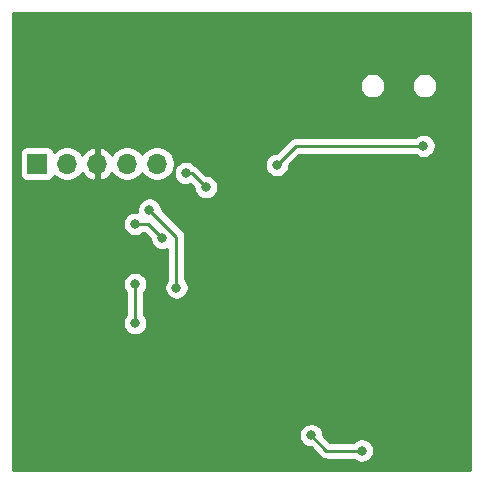
<source format=gbr>
G04 #@! TF.GenerationSoftware,KiCad,Pcbnew,5.1.5-52549c5~84~ubuntu18.04.1*
G04 #@! TF.CreationDate,2020-02-05T12:35:19+01:00*
G04 #@! TF.ProjectId,Lab1,4c616231-2e6b-4696-9361-645f70636258,rev?*
G04 #@! TF.SameCoordinates,Original*
G04 #@! TF.FileFunction,Copper,L2,Bot*
G04 #@! TF.FilePolarity,Positive*
%FSLAX46Y46*%
G04 Gerber Fmt 4.6, Leading zero omitted, Abs format (unit mm)*
G04 Created by KiCad (PCBNEW 5.1.5-52549c5~84~ubuntu18.04.1) date 2020-02-05 12:35:19*
%MOMM*%
%LPD*%
G04 APERTURE LIST*
%ADD10R,1.700000X1.700000*%
%ADD11O,1.700000X1.700000*%
%ADD12C,0.800000*%
%ADD13C,0.250000*%
%ADD14C,0.254000*%
G04 APERTURE END LIST*
D10*
X136700000Y-122400000D03*
D11*
X139240000Y-122400000D03*
X141780000Y-122400000D03*
X144320000Y-122400000D03*
X146860000Y-122400000D03*
D12*
X145000000Y-132600000D03*
X145000000Y-135900000D03*
X157000000Y-122500000D03*
X169400000Y-120900000D03*
X159900000Y-145400000D03*
X164200000Y-146700000D03*
X145000000Y-127500000D03*
X147300000Y-128700000D03*
X146200000Y-126300000D03*
X148500000Y-132900000D03*
X149300000Y-123200000D03*
X151000000Y-124400000D03*
D13*
X145000000Y-132600000D02*
X145000000Y-135900000D01*
X157000000Y-122500000D02*
X158600000Y-120900000D01*
X158600000Y-120900000D02*
X169400000Y-120900000D01*
X159900000Y-145400000D02*
X161200000Y-146700000D01*
X161200000Y-146700000D02*
X164200000Y-146700000D01*
X145000000Y-127500000D02*
X146100000Y-127500000D01*
X146100000Y-127500000D02*
X147300000Y-128700000D01*
X146200000Y-126300000D02*
X148500000Y-128600000D01*
X148500000Y-128600000D02*
X148500000Y-132900000D01*
X149300000Y-123200000D02*
X149800000Y-123200000D01*
X149800000Y-123200000D02*
X151000000Y-124400000D01*
D14*
G36*
X173340001Y-148340000D02*
G01*
X134660000Y-148340000D01*
X134660000Y-145298061D01*
X158865000Y-145298061D01*
X158865000Y-145501939D01*
X158904774Y-145701898D01*
X158982795Y-145890256D01*
X159096063Y-146059774D01*
X159240226Y-146203937D01*
X159409744Y-146317205D01*
X159598102Y-146395226D01*
X159798061Y-146435000D01*
X159860199Y-146435000D01*
X160636201Y-147211003D01*
X160659999Y-147240001D01*
X160775724Y-147334974D01*
X160907753Y-147405546D01*
X161051014Y-147449003D01*
X161162667Y-147460000D01*
X161162675Y-147460000D01*
X161200000Y-147463676D01*
X161237325Y-147460000D01*
X163496289Y-147460000D01*
X163540226Y-147503937D01*
X163709744Y-147617205D01*
X163898102Y-147695226D01*
X164098061Y-147735000D01*
X164301939Y-147735000D01*
X164501898Y-147695226D01*
X164690256Y-147617205D01*
X164859774Y-147503937D01*
X165003937Y-147359774D01*
X165117205Y-147190256D01*
X165195226Y-147001898D01*
X165235000Y-146801939D01*
X165235000Y-146598061D01*
X165195226Y-146398102D01*
X165117205Y-146209744D01*
X165003937Y-146040226D01*
X164859774Y-145896063D01*
X164690256Y-145782795D01*
X164501898Y-145704774D01*
X164301939Y-145665000D01*
X164098061Y-145665000D01*
X163898102Y-145704774D01*
X163709744Y-145782795D01*
X163540226Y-145896063D01*
X163496289Y-145940000D01*
X161514802Y-145940000D01*
X160935000Y-145360199D01*
X160935000Y-145298061D01*
X160895226Y-145098102D01*
X160817205Y-144909744D01*
X160703937Y-144740226D01*
X160559774Y-144596063D01*
X160390256Y-144482795D01*
X160201898Y-144404774D01*
X160001939Y-144365000D01*
X159798061Y-144365000D01*
X159598102Y-144404774D01*
X159409744Y-144482795D01*
X159240226Y-144596063D01*
X159096063Y-144740226D01*
X158982795Y-144909744D01*
X158904774Y-145098102D01*
X158865000Y-145298061D01*
X134660000Y-145298061D01*
X134660000Y-132498061D01*
X143965000Y-132498061D01*
X143965000Y-132701939D01*
X144004774Y-132901898D01*
X144082795Y-133090256D01*
X144196063Y-133259774D01*
X144240000Y-133303711D01*
X144240001Y-135196288D01*
X144196063Y-135240226D01*
X144082795Y-135409744D01*
X144004774Y-135598102D01*
X143965000Y-135798061D01*
X143965000Y-136001939D01*
X144004774Y-136201898D01*
X144082795Y-136390256D01*
X144196063Y-136559774D01*
X144340226Y-136703937D01*
X144509744Y-136817205D01*
X144698102Y-136895226D01*
X144898061Y-136935000D01*
X145101939Y-136935000D01*
X145301898Y-136895226D01*
X145490256Y-136817205D01*
X145659774Y-136703937D01*
X145803937Y-136559774D01*
X145917205Y-136390256D01*
X145995226Y-136201898D01*
X146035000Y-136001939D01*
X146035000Y-135798061D01*
X145995226Y-135598102D01*
X145917205Y-135409744D01*
X145803937Y-135240226D01*
X145760000Y-135196289D01*
X145760000Y-133303711D01*
X145803937Y-133259774D01*
X145917205Y-133090256D01*
X145995226Y-132901898D01*
X146035000Y-132701939D01*
X146035000Y-132498061D01*
X145995226Y-132298102D01*
X145917205Y-132109744D01*
X145803937Y-131940226D01*
X145659774Y-131796063D01*
X145490256Y-131682795D01*
X145301898Y-131604774D01*
X145101939Y-131565000D01*
X144898061Y-131565000D01*
X144698102Y-131604774D01*
X144509744Y-131682795D01*
X144340226Y-131796063D01*
X144196063Y-131940226D01*
X144082795Y-132109744D01*
X144004774Y-132298102D01*
X143965000Y-132498061D01*
X134660000Y-132498061D01*
X134660000Y-127398061D01*
X143965000Y-127398061D01*
X143965000Y-127601939D01*
X144004774Y-127801898D01*
X144082795Y-127990256D01*
X144196063Y-128159774D01*
X144340226Y-128303937D01*
X144509744Y-128417205D01*
X144698102Y-128495226D01*
X144898061Y-128535000D01*
X145101939Y-128535000D01*
X145301898Y-128495226D01*
X145490256Y-128417205D01*
X145659774Y-128303937D01*
X145703711Y-128260000D01*
X145785199Y-128260000D01*
X146265000Y-128739802D01*
X146265000Y-128801939D01*
X146304774Y-129001898D01*
X146382795Y-129190256D01*
X146496063Y-129359774D01*
X146640226Y-129503937D01*
X146809744Y-129617205D01*
X146998102Y-129695226D01*
X147198061Y-129735000D01*
X147401939Y-129735000D01*
X147601898Y-129695226D01*
X147740000Y-129638022D01*
X147740001Y-132196288D01*
X147696063Y-132240226D01*
X147582795Y-132409744D01*
X147504774Y-132598102D01*
X147465000Y-132798061D01*
X147465000Y-133001939D01*
X147504774Y-133201898D01*
X147582795Y-133390256D01*
X147696063Y-133559774D01*
X147840226Y-133703937D01*
X148009744Y-133817205D01*
X148198102Y-133895226D01*
X148398061Y-133935000D01*
X148601939Y-133935000D01*
X148801898Y-133895226D01*
X148990256Y-133817205D01*
X149159774Y-133703937D01*
X149303937Y-133559774D01*
X149417205Y-133390256D01*
X149495226Y-133201898D01*
X149535000Y-133001939D01*
X149535000Y-132798061D01*
X149495226Y-132598102D01*
X149417205Y-132409744D01*
X149303937Y-132240226D01*
X149260000Y-132196289D01*
X149260000Y-128637322D01*
X149263676Y-128599999D01*
X149260000Y-128562676D01*
X149260000Y-128562667D01*
X149249003Y-128451014D01*
X149205546Y-128307753D01*
X149134974Y-128175724D01*
X149040001Y-128059999D01*
X149011004Y-128036202D01*
X147235000Y-126260199D01*
X147235000Y-126198061D01*
X147195226Y-125998102D01*
X147117205Y-125809744D01*
X147003937Y-125640226D01*
X146859774Y-125496063D01*
X146690256Y-125382795D01*
X146501898Y-125304774D01*
X146301939Y-125265000D01*
X146098061Y-125265000D01*
X145898102Y-125304774D01*
X145709744Y-125382795D01*
X145540226Y-125496063D01*
X145396063Y-125640226D01*
X145282795Y-125809744D01*
X145204774Y-125998102D01*
X145165000Y-126198061D01*
X145165000Y-126401939D01*
X145180658Y-126480658D01*
X145101939Y-126465000D01*
X144898061Y-126465000D01*
X144698102Y-126504774D01*
X144509744Y-126582795D01*
X144340226Y-126696063D01*
X144196063Y-126840226D01*
X144082795Y-127009744D01*
X144004774Y-127198102D01*
X143965000Y-127398061D01*
X134660000Y-127398061D01*
X134660000Y-121550000D01*
X135211928Y-121550000D01*
X135211928Y-123250000D01*
X135224188Y-123374482D01*
X135260498Y-123494180D01*
X135319463Y-123604494D01*
X135398815Y-123701185D01*
X135495506Y-123780537D01*
X135605820Y-123839502D01*
X135725518Y-123875812D01*
X135850000Y-123888072D01*
X137550000Y-123888072D01*
X137674482Y-123875812D01*
X137794180Y-123839502D01*
X137904494Y-123780537D01*
X138001185Y-123701185D01*
X138080537Y-123604494D01*
X138139502Y-123494180D01*
X138161513Y-123421620D01*
X138293368Y-123553475D01*
X138536589Y-123715990D01*
X138806842Y-123827932D01*
X139093740Y-123885000D01*
X139386260Y-123885000D01*
X139673158Y-123827932D01*
X139943411Y-123715990D01*
X140186632Y-123553475D01*
X140393475Y-123346632D01*
X140515195Y-123164466D01*
X140584822Y-123281355D01*
X140779731Y-123497588D01*
X141013080Y-123671641D01*
X141275901Y-123796825D01*
X141423110Y-123841476D01*
X141653000Y-123720155D01*
X141653000Y-122527000D01*
X141633000Y-122527000D01*
X141633000Y-122273000D01*
X141653000Y-122273000D01*
X141653000Y-121079845D01*
X141907000Y-121079845D01*
X141907000Y-122273000D01*
X141927000Y-122273000D01*
X141927000Y-122527000D01*
X141907000Y-122527000D01*
X141907000Y-123720155D01*
X142136890Y-123841476D01*
X142284099Y-123796825D01*
X142546920Y-123671641D01*
X142780269Y-123497588D01*
X142975178Y-123281355D01*
X143044805Y-123164466D01*
X143166525Y-123346632D01*
X143373368Y-123553475D01*
X143616589Y-123715990D01*
X143886842Y-123827932D01*
X144173740Y-123885000D01*
X144466260Y-123885000D01*
X144753158Y-123827932D01*
X145023411Y-123715990D01*
X145266632Y-123553475D01*
X145473475Y-123346632D01*
X145590000Y-123172240D01*
X145706525Y-123346632D01*
X145913368Y-123553475D01*
X146156589Y-123715990D01*
X146426842Y-123827932D01*
X146713740Y-123885000D01*
X147006260Y-123885000D01*
X147293158Y-123827932D01*
X147563411Y-123715990D01*
X147806632Y-123553475D01*
X148013475Y-123346632D01*
X148175990Y-123103411D01*
X148178206Y-123098061D01*
X148265000Y-123098061D01*
X148265000Y-123301939D01*
X148304774Y-123501898D01*
X148382795Y-123690256D01*
X148496063Y-123859774D01*
X148640226Y-124003937D01*
X148809744Y-124117205D01*
X148998102Y-124195226D01*
X149198061Y-124235000D01*
X149401939Y-124235000D01*
X149601898Y-124195226D01*
X149685709Y-124160510D01*
X149965000Y-124439802D01*
X149965000Y-124501939D01*
X150004774Y-124701898D01*
X150082795Y-124890256D01*
X150196063Y-125059774D01*
X150340226Y-125203937D01*
X150509744Y-125317205D01*
X150698102Y-125395226D01*
X150898061Y-125435000D01*
X151101939Y-125435000D01*
X151301898Y-125395226D01*
X151490256Y-125317205D01*
X151659774Y-125203937D01*
X151803937Y-125059774D01*
X151917205Y-124890256D01*
X151995226Y-124701898D01*
X152035000Y-124501939D01*
X152035000Y-124298061D01*
X151995226Y-124098102D01*
X151917205Y-123909744D01*
X151803937Y-123740226D01*
X151659774Y-123596063D01*
X151490256Y-123482795D01*
X151301898Y-123404774D01*
X151101939Y-123365000D01*
X151039802Y-123365000D01*
X150363804Y-122689003D01*
X150340001Y-122659999D01*
X150224276Y-122565026D01*
X150092247Y-122494454D01*
X150043325Y-122479614D01*
X149961772Y-122398061D01*
X155965000Y-122398061D01*
X155965000Y-122601939D01*
X156004774Y-122801898D01*
X156082795Y-122990256D01*
X156196063Y-123159774D01*
X156340226Y-123303937D01*
X156509744Y-123417205D01*
X156698102Y-123495226D01*
X156898061Y-123535000D01*
X157101939Y-123535000D01*
X157301898Y-123495226D01*
X157490256Y-123417205D01*
X157659774Y-123303937D01*
X157803937Y-123159774D01*
X157917205Y-122990256D01*
X157995226Y-122801898D01*
X158035000Y-122601939D01*
X158035000Y-122539801D01*
X158914802Y-121660000D01*
X168696289Y-121660000D01*
X168740226Y-121703937D01*
X168909744Y-121817205D01*
X169098102Y-121895226D01*
X169298061Y-121935000D01*
X169501939Y-121935000D01*
X169701898Y-121895226D01*
X169890256Y-121817205D01*
X170059774Y-121703937D01*
X170203937Y-121559774D01*
X170317205Y-121390256D01*
X170395226Y-121201898D01*
X170435000Y-121001939D01*
X170435000Y-120798061D01*
X170395226Y-120598102D01*
X170317205Y-120409744D01*
X170203937Y-120240226D01*
X170059774Y-120096063D01*
X169890256Y-119982795D01*
X169701898Y-119904774D01*
X169501939Y-119865000D01*
X169298061Y-119865000D01*
X169098102Y-119904774D01*
X168909744Y-119982795D01*
X168740226Y-120096063D01*
X168696289Y-120140000D01*
X158637325Y-120140000D01*
X158600000Y-120136324D01*
X158562675Y-120140000D01*
X158562667Y-120140000D01*
X158451014Y-120150997D01*
X158307753Y-120194454D01*
X158175724Y-120265026D01*
X158059999Y-120359999D01*
X158036201Y-120388997D01*
X156960199Y-121465000D01*
X156898061Y-121465000D01*
X156698102Y-121504774D01*
X156509744Y-121582795D01*
X156340226Y-121696063D01*
X156196063Y-121840226D01*
X156082795Y-122009744D01*
X156004774Y-122198102D01*
X155965000Y-122398061D01*
X149961772Y-122398061D01*
X149959774Y-122396063D01*
X149790256Y-122282795D01*
X149601898Y-122204774D01*
X149401939Y-122165000D01*
X149198061Y-122165000D01*
X148998102Y-122204774D01*
X148809744Y-122282795D01*
X148640226Y-122396063D01*
X148496063Y-122540226D01*
X148382795Y-122709744D01*
X148304774Y-122898102D01*
X148265000Y-123098061D01*
X148178206Y-123098061D01*
X148287932Y-122833158D01*
X148345000Y-122546260D01*
X148345000Y-122253740D01*
X148287932Y-121966842D01*
X148175990Y-121696589D01*
X148013475Y-121453368D01*
X147806632Y-121246525D01*
X147563411Y-121084010D01*
X147293158Y-120972068D01*
X147006260Y-120915000D01*
X146713740Y-120915000D01*
X146426842Y-120972068D01*
X146156589Y-121084010D01*
X145913368Y-121246525D01*
X145706525Y-121453368D01*
X145590000Y-121627760D01*
X145473475Y-121453368D01*
X145266632Y-121246525D01*
X145023411Y-121084010D01*
X144753158Y-120972068D01*
X144466260Y-120915000D01*
X144173740Y-120915000D01*
X143886842Y-120972068D01*
X143616589Y-121084010D01*
X143373368Y-121246525D01*
X143166525Y-121453368D01*
X143044805Y-121635534D01*
X142975178Y-121518645D01*
X142780269Y-121302412D01*
X142546920Y-121128359D01*
X142284099Y-121003175D01*
X142136890Y-120958524D01*
X141907000Y-121079845D01*
X141653000Y-121079845D01*
X141423110Y-120958524D01*
X141275901Y-121003175D01*
X141013080Y-121128359D01*
X140779731Y-121302412D01*
X140584822Y-121518645D01*
X140515195Y-121635534D01*
X140393475Y-121453368D01*
X140186632Y-121246525D01*
X139943411Y-121084010D01*
X139673158Y-120972068D01*
X139386260Y-120915000D01*
X139093740Y-120915000D01*
X138806842Y-120972068D01*
X138536589Y-121084010D01*
X138293368Y-121246525D01*
X138161513Y-121378380D01*
X138139502Y-121305820D01*
X138080537Y-121195506D01*
X138001185Y-121098815D01*
X137904494Y-121019463D01*
X137794180Y-120960498D01*
X137674482Y-120924188D01*
X137550000Y-120911928D01*
X135850000Y-120911928D01*
X135725518Y-120924188D01*
X135605820Y-120960498D01*
X135495506Y-121019463D01*
X135398815Y-121098815D01*
X135319463Y-121195506D01*
X135260498Y-121305820D01*
X135224188Y-121425518D01*
X135211928Y-121550000D01*
X134660000Y-121550000D01*
X134660000Y-115693137D01*
X164015000Y-115693137D01*
X164015000Y-115906863D01*
X164056696Y-116116483D01*
X164138485Y-116313940D01*
X164257225Y-116491647D01*
X164408353Y-116642775D01*
X164586060Y-116761515D01*
X164783517Y-116843304D01*
X164993137Y-116885000D01*
X165206863Y-116885000D01*
X165416483Y-116843304D01*
X165613940Y-116761515D01*
X165791647Y-116642775D01*
X165942775Y-116491647D01*
X166061515Y-116313940D01*
X166143304Y-116116483D01*
X166185000Y-115906863D01*
X166185000Y-115693137D01*
X168415000Y-115693137D01*
X168415000Y-115906863D01*
X168456696Y-116116483D01*
X168538485Y-116313940D01*
X168657225Y-116491647D01*
X168808353Y-116642775D01*
X168986060Y-116761515D01*
X169183517Y-116843304D01*
X169393137Y-116885000D01*
X169606863Y-116885000D01*
X169816483Y-116843304D01*
X170013940Y-116761515D01*
X170191647Y-116642775D01*
X170342775Y-116491647D01*
X170461515Y-116313940D01*
X170543304Y-116116483D01*
X170585000Y-115906863D01*
X170585000Y-115693137D01*
X170543304Y-115483517D01*
X170461515Y-115286060D01*
X170342775Y-115108353D01*
X170191647Y-114957225D01*
X170013940Y-114838485D01*
X169816483Y-114756696D01*
X169606863Y-114715000D01*
X169393137Y-114715000D01*
X169183517Y-114756696D01*
X168986060Y-114838485D01*
X168808353Y-114957225D01*
X168657225Y-115108353D01*
X168538485Y-115286060D01*
X168456696Y-115483517D01*
X168415000Y-115693137D01*
X166185000Y-115693137D01*
X166143304Y-115483517D01*
X166061515Y-115286060D01*
X165942775Y-115108353D01*
X165791647Y-114957225D01*
X165613940Y-114838485D01*
X165416483Y-114756696D01*
X165206863Y-114715000D01*
X164993137Y-114715000D01*
X164783517Y-114756696D01*
X164586060Y-114838485D01*
X164408353Y-114957225D01*
X164257225Y-115108353D01*
X164138485Y-115286060D01*
X164056696Y-115483517D01*
X164015000Y-115693137D01*
X134660000Y-115693137D01*
X134660000Y-109660000D01*
X173340000Y-109660000D01*
X173340001Y-148340000D01*
G37*
X173340001Y-148340000D02*
X134660000Y-148340000D01*
X134660000Y-145298061D01*
X158865000Y-145298061D01*
X158865000Y-145501939D01*
X158904774Y-145701898D01*
X158982795Y-145890256D01*
X159096063Y-146059774D01*
X159240226Y-146203937D01*
X159409744Y-146317205D01*
X159598102Y-146395226D01*
X159798061Y-146435000D01*
X159860199Y-146435000D01*
X160636201Y-147211003D01*
X160659999Y-147240001D01*
X160775724Y-147334974D01*
X160907753Y-147405546D01*
X161051014Y-147449003D01*
X161162667Y-147460000D01*
X161162675Y-147460000D01*
X161200000Y-147463676D01*
X161237325Y-147460000D01*
X163496289Y-147460000D01*
X163540226Y-147503937D01*
X163709744Y-147617205D01*
X163898102Y-147695226D01*
X164098061Y-147735000D01*
X164301939Y-147735000D01*
X164501898Y-147695226D01*
X164690256Y-147617205D01*
X164859774Y-147503937D01*
X165003937Y-147359774D01*
X165117205Y-147190256D01*
X165195226Y-147001898D01*
X165235000Y-146801939D01*
X165235000Y-146598061D01*
X165195226Y-146398102D01*
X165117205Y-146209744D01*
X165003937Y-146040226D01*
X164859774Y-145896063D01*
X164690256Y-145782795D01*
X164501898Y-145704774D01*
X164301939Y-145665000D01*
X164098061Y-145665000D01*
X163898102Y-145704774D01*
X163709744Y-145782795D01*
X163540226Y-145896063D01*
X163496289Y-145940000D01*
X161514802Y-145940000D01*
X160935000Y-145360199D01*
X160935000Y-145298061D01*
X160895226Y-145098102D01*
X160817205Y-144909744D01*
X160703937Y-144740226D01*
X160559774Y-144596063D01*
X160390256Y-144482795D01*
X160201898Y-144404774D01*
X160001939Y-144365000D01*
X159798061Y-144365000D01*
X159598102Y-144404774D01*
X159409744Y-144482795D01*
X159240226Y-144596063D01*
X159096063Y-144740226D01*
X158982795Y-144909744D01*
X158904774Y-145098102D01*
X158865000Y-145298061D01*
X134660000Y-145298061D01*
X134660000Y-132498061D01*
X143965000Y-132498061D01*
X143965000Y-132701939D01*
X144004774Y-132901898D01*
X144082795Y-133090256D01*
X144196063Y-133259774D01*
X144240000Y-133303711D01*
X144240001Y-135196288D01*
X144196063Y-135240226D01*
X144082795Y-135409744D01*
X144004774Y-135598102D01*
X143965000Y-135798061D01*
X143965000Y-136001939D01*
X144004774Y-136201898D01*
X144082795Y-136390256D01*
X144196063Y-136559774D01*
X144340226Y-136703937D01*
X144509744Y-136817205D01*
X144698102Y-136895226D01*
X144898061Y-136935000D01*
X145101939Y-136935000D01*
X145301898Y-136895226D01*
X145490256Y-136817205D01*
X145659774Y-136703937D01*
X145803937Y-136559774D01*
X145917205Y-136390256D01*
X145995226Y-136201898D01*
X146035000Y-136001939D01*
X146035000Y-135798061D01*
X145995226Y-135598102D01*
X145917205Y-135409744D01*
X145803937Y-135240226D01*
X145760000Y-135196289D01*
X145760000Y-133303711D01*
X145803937Y-133259774D01*
X145917205Y-133090256D01*
X145995226Y-132901898D01*
X146035000Y-132701939D01*
X146035000Y-132498061D01*
X145995226Y-132298102D01*
X145917205Y-132109744D01*
X145803937Y-131940226D01*
X145659774Y-131796063D01*
X145490256Y-131682795D01*
X145301898Y-131604774D01*
X145101939Y-131565000D01*
X144898061Y-131565000D01*
X144698102Y-131604774D01*
X144509744Y-131682795D01*
X144340226Y-131796063D01*
X144196063Y-131940226D01*
X144082795Y-132109744D01*
X144004774Y-132298102D01*
X143965000Y-132498061D01*
X134660000Y-132498061D01*
X134660000Y-127398061D01*
X143965000Y-127398061D01*
X143965000Y-127601939D01*
X144004774Y-127801898D01*
X144082795Y-127990256D01*
X144196063Y-128159774D01*
X144340226Y-128303937D01*
X144509744Y-128417205D01*
X144698102Y-128495226D01*
X144898061Y-128535000D01*
X145101939Y-128535000D01*
X145301898Y-128495226D01*
X145490256Y-128417205D01*
X145659774Y-128303937D01*
X145703711Y-128260000D01*
X145785199Y-128260000D01*
X146265000Y-128739802D01*
X146265000Y-128801939D01*
X146304774Y-129001898D01*
X146382795Y-129190256D01*
X146496063Y-129359774D01*
X146640226Y-129503937D01*
X146809744Y-129617205D01*
X146998102Y-129695226D01*
X147198061Y-129735000D01*
X147401939Y-129735000D01*
X147601898Y-129695226D01*
X147740000Y-129638022D01*
X147740001Y-132196288D01*
X147696063Y-132240226D01*
X147582795Y-132409744D01*
X147504774Y-132598102D01*
X147465000Y-132798061D01*
X147465000Y-133001939D01*
X147504774Y-133201898D01*
X147582795Y-133390256D01*
X147696063Y-133559774D01*
X147840226Y-133703937D01*
X148009744Y-133817205D01*
X148198102Y-133895226D01*
X148398061Y-133935000D01*
X148601939Y-133935000D01*
X148801898Y-133895226D01*
X148990256Y-133817205D01*
X149159774Y-133703937D01*
X149303937Y-133559774D01*
X149417205Y-133390256D01*
X149495226Y-133201898D01*
X149535000Y-133001939D01*
X149535000Y-132798061D01*
X149495226Y-132598102D01*
X149417205Y-132409744D01*
X149303937Y-132240226D01*
X149260000Y-132196289D01*
X149260000Y-128637322D01*
X149263676Y-128599999D01*
X149260000Y-128562676D01*
X149260000Y-128562667D01*
X149249003Y-128451014D01*
X149205546Y-128307753D01*
X149134974Y-128175724D01*
X149040001Y-128059999D01*
X149011004Y-128036202D01*
X147235000Y-126260199D01*
X147235000Y-126198061D01*
X147195226Y-125998102D01*
X147117205Y-125809744D01*
X147003937Y-125640226D01*
X146859774Y-125496063D01*
X146690256Y-125382795D01*
X146501898Y-125304774D01*
X146301939Y-125265000D01*
X146098061Y-125265000D01*
X145898102Y-125304774D01*
X145709744Y-125382795D01*
X145540226Y-125496063D01*
X145396063Y-125640226D01*
X145282795Y-125809744D01*
X145204774Y-125998102D01*
X145165000Y-126198061D01*
X145165000Y-126401939D01*
X145180658Y-126480658D01*
X145101939Y-126465000D01*
X144898061Y-126465000D01*
X144698102Y-126504774D01*
X144509744Y-126582795D01*
X144340226Y-126696063D01*
X144196063Y-126840226D01*
X144082795Y-127009744D01*
X144004774Y-127198102D01*
X143965000Y-127398061D01*
X134660000Y-127398061D01*
X134660000Y-121550000D01*
X135211928Y-121550000D01*
X135211928Y-123250000D01*
X135224188Y-123374482D01*
X135260498Y-123494180D01*
X135319463Y-123604494D01*
X135398815Y-123701185D01*
X135495506Y-123780537D01*
X135605820Y-123839502D01*
X135725518Y-123875812D01*
X135850000Y-123888072D01*
X137550000Y-123888072D01*
X137674482Y-123875812D01*
X137794180Y-123839502D01*
X137904494Y-123780537D01*
X138001185Y-123701185D01*
X138080537Y-123604494D01*
X138139502Y-123494180D01*
X138161513Y-123421620D01*
X138293368Y-123553475D01*
X138536589Y-123715990D01*
X138806842Y-123827932D01*
X139093740Y-123885000D01*
X139386260Y-123885000D01*
X139673158Y-123827932D01*
X139943411Y-123715990D01*
X140186632Y-123553475D01*
X140393475Y-123346632D01*
X140515195Y-123164466D01*
X140584822Y-123281355D01*
X140779731Y-123497588D01*
X141013080Y-123671641D01*
X141275901Y-123796825D01*
X141423110Y-123841476D01*
X141653000Y-123720155D01*
X141653000Y-122527000D01*
X141633000Y-122527000D01*
X141633000Y-122273000D01*
X141653000Y-122273000D01*
X141653000Y-121079845D01*
X141907000Y-121079845D01*
X141907000Y-122273000D01*
X141927000Y-122273000D01*
X141927000Y-122527000D01*
X141907000Y-122527000D01*
X141907000Y-123720155D01*
X142136890Y-123841476D01*
X142284099Y-123796825D01*
X142546920Y-123671641D01*
X142780269Y-123497588D01*
X142975178Y-123281355D01*
X143044805Y-123164466D01*
X143166525Y-123346632D01*
X143373368Y-123553475D01*
X143616589Y-123715990D01*
X143886842Y-123827932D01*
X144173740Y-123885000D01*
X144466260Y-123885000D01*
X144753158Y-123827932D01*
X145023411Y-123715990D01*
X145266632Y-123553475D01*
X145473475Y-123346632D01*
X145590000Y-123172240D01*
X145706525Y-123346632D01*
X145913368Y-123553475D01*
X146156589Y-123715990D01*
X146426842Y-123827932D01*
X146713740Y-123885000D01*
X147006260Y-123885000D01*
X147293158Y-123827932D01*
X147563411Y-123715990D01*
X147806632Y-123553475D01*
X148013475Y-123346632D01*
X148175990Y-123103411D01*
X148178206Y-123098061D01*
X148265000Y-123098061D01*
X148265000Y-123301939D01*
X148304774Y-123501898D01*
X148382795Y-123690256D01*
X148496063Y-123859774D01*
X148640226Y-124003937D01*
X148809744Y-124117205D01*
X148998102Y-124195226D01*
X149198061Y-124235000D01*
X149401939Y-124235000D01*
X149601898Y-124195226D01*
X149685709Y-124160510D01*
X149965000Y-124439802D01*
X149965000Y-124501939D01*
X150004774Y-124701898D01*
X150082795Y-124890256D01*
X150196063Y-125059774D01*
X150340226Y-125203937D01*
X150509744Y-125317205D01*
X150698102Y-125395226D01*
X150898061Y-125435000D01*
X151101939Y-125435000D01*
X151301898Y-125395226D01*
X151490256Y-125317205D01*
X151659774Y-125203937D01*
X151803937Y-125059774D01*
X151917205Y-124890256D01*
X151995226Y-124701898D01*
X152035000Y-124501939D01*
X152035000Y-124298061D01*
X151995226Y-124098102D01*
X151917205Y-123909744D01*
X151803937Y-123740226D01*
X151659774Y-123596063D01*
X151490256Y-123482795D01*
X151301898Y-123404774D01*
X151101939Y-123365000D01*
X151039802Y-123365000D01*
X150363804Y-122689003D01*
X150340001Y-122659999D01*
X150224276Y-122565026D01*
X150092247Y-122494454D01*
X150043325Y-122479614D01*
X149961772Y-122398061D01*
X155965000Y-122398061D01*
X155965000Y-122601939D01*
X156004774Y-122801898D01*
X156082795Y-122990256D01*
X156196063Y-123159774D01*
X156340226Y-123303937D01*
X156509744Y-123417205D01*
X156698102Y-123495226D01*
X156898061Y-123535000D01*
X157101939Y-123535000D01*
X157301898Y-123495226D01*
X157490256Y-123417205D01*
X157659774Y-123303937D01*
X157803937Y-123159774D01*
X157917205Y-122990256D01*
X157995226Y-122801898D01*
X158035000Y-122601939D01*
X158035000Y-122539801D01*
X158914802Y-121660000D01*
X168696289Y-121660000D01*
X168740226Y-121703937D01*
X168909744Y-121817205D01*
X169098102Y-121895226D01*
X169298061Y-121935000D01*
X169501939Y-121935000D01*
X169701898Y-121895226D01*
X169890256Y-121817205D01*
X170059774Y-121703937D01*
X170203937Y-121559774D01*
X170317205Y-121390256D01*
X170395226Y-121201898D01*
X170435000Y-121001939D01*
X170435000Y-120798061D01*
X170395226Y-120598102D01*
X170317205Y-120409744D01*
X170203937Y-120240226D01*
X170059774Y-120096063D01*
X169890256Y-119982795D01*
X169701898Y-119904774D01*
X169501939Y-119865000D01*
X169298061Y-119865000D01*
X169098102Y-119904774D01*
X168909744Y-119982795D01*
X168740226Y-120096063D01*
X168696289Y-120140000D01*
X158637325Y-120140000D01*
X158600000Y-120136324D01*
X158562675Y-120140000D01*
X158562667Y-120140000D01*
X158451014Y-120150997D01*
X158307753Y-120194454D01*
X158175724Y-120265026D01*
X158059999Y-120359999D01*
X158036201Y-120388997D01*
X156960199Y-121465000D01*
X156898061Y-121465000D01*
X156698102Y-121504774D01*
X156509744Y-121582795D01*
X156340226Y-121696063D01*
X156196063Y-121840226D01*
X156082795Y-122009744D01*
X156004774Y-122198102D01*
X155965000Y-122398061D01*
X149961772Y-122398061D01*
X149959774Y-122396063D01*
X149790256Y-122282795D01*
X149601898Y-122204774D01*
X149401939Y-122165000D01*
X149198061Y-122165000D01*
X148998102Y-122204774D01*
X148809744Y-122282795D01*
X148640226Y-122396063D01*
X148496063Y-122540226D01*
X148382795Y-122709744D01*
X148304774Y-122898102D01*
X148265000Y-123098061D01*
X148178206Y-123098061D01*
X148287932Y-122833158D01*
X148345000Y-122546260D01*
X148345000Y-122253740D01*
X148287932Y-121966842D01*
X148175990Y-121696589D01*
X148013475Y-121453368D01*
X147806632Y-121246525D01*
X147563411Y-121084010D01*
X147293158Y-120972068D01*
X147006260Y-120915000D01*
X146713740Y-120915000D01*
X146426842Y-120972068D01*
X146156589Y-121084010D01*
X145913368Y-121246525D01*
X145706525Y-121453368D01*
X145590000Y-121627760D01*
X145473475Y-121453368D01*
X145266632Y-121246525D01*
X145023411Y-121084010D01*
X144753158Y-120972068D01*
X144466260Y-120915000D01*
X144173740Y-120915000D01*
X143886842Y-120972068D01*
X143616589Y-121084010D01*
X143373368Y-121246525D01*
X143166525Y-121453368D01*
X143044805Y-121635534D01*
X142975178Y-121518645D01*
X142780269Y-121302412D01*
X142546920Y-121128359D01*
X142284099Y-121003175D01*
X142136890Y-120958524D01*
X141907000Y-121079845D01*
X141653000Y-121079845D01*
X141423110Y-120958524D01*
X141275901Y-121003175D01*
X141013080Y-121128359D01*
X140779731Y-121302412D01*
X140584822Y-121518645D01*
X140515195Y-121635534D01*
X140393475Y-121453368D01*
X140186632Y-121246525D01*
X139943411Y-121084010D01*
X139673158Y-120972068D01*
X139386260Y-120915000D01*
X139093740Y-120915000D01*
X138806842Y-120972068D01*
X138536589Y-121084010D01*
X138293368Y-121246525D01*
X138161513Y-121378380D01*
X138139502Y-121305820D01*
X138080537Y-121195506D01*
X138001185Y-121098815D01*
X137904494Y-121019463D01*
X137794180Y-120960498D01*
X137674482Y-120924188D01*
X137550000Y-120911928D01*
X135850000Y-120911928D01*
X135725518Y-120924188D01*
X135605820Y-120960498D01*
X135495506Y-121019463D01*
X135398815Y-121098815D01*
X135319463Y-121195506D01*
X135260498Y-121305820D01*
X135224188Y-121425518D01*
X135211928Y-121550000D01*
X134660000Y-121550000D01*
X134660000Y-115693137D01*
X164015000Y-115693137D01*
X164015000Y-115906863D01*
X164056696Y-116116483D01*
X164138485Y-116313940D01*
X164257225Y-116491647D01*
X164408353Y-116642775D01*
X164586060Y-116761515D01*
X164783517Y-116843304D01*
X164993137Y-116885000D01*
X165206863Y-116885000D01*
X165416483Y-116843304D01*
X165613940Y-116761515D01*
X165791647Y-116642775D01*
X165942775Y-116491647D01*
X166061515Y-116313940D01*
X166143304Y-116116483D01*
X166185000Y-115906863D01*
X166185000Y-115693137D01*
X168415000Y-115693137D01*
X168415000Y-115906863D01*
X168456696Y-116116483D01*
X168538485Y-116313940D01*
X168657225Y-116491647D01*
X168808353Y-116642775D01*
X168986060Y-116761515D01*
X169183517Y-116843304D01*
X169393137Y-116885000D01*
X169606863Y-116885000D01*
X169816483Y-116843304D01*
X170013940Y-116761515D01*
X170191647Y-116642775D01*
X170342775Y-116491647D01*
X170461515Y-116313940D01*
X170543304Y-116116483D01*
X170585000Y-115906863D01*
X170585000Y-115693137D01*
X170543304Y-115483517D01*
X170461515Y-115286060D01*
X170342775Y-115108353D01*
X170191647Y-114957225D01*
X170013940Y-114838485D01*
X169816483Y-114756696D01*
X169606863Y-114715000D01*
X169393137Y-114715000D01*
X169183517Y-114756696D01*
X168986060Y-114838485D01*
X168808353Y-114957225D01*
X168657225Y-115108353D01*
X168538485Y-115286060D01*
X168456696Y-115483517D01*
X168415000Y-115693137D01*
X166185000Y-115693137D01*
X166143304Y-115483517D01*
X166061515Y-115286060D01*
X165942775Y-115108353D01*
X165791647Y-114957225D01*
X165613940Y-114838485D01*
X165416483Y-114756696D01*
X165206863Y-114715000D01*
X164993137Y-114715000D01*
X164783517Y-114756696D01*
X164586060Y-114838485D01*
X164408353Y-114957225D01*
X164257225Y-115108353D01*
X164138485Y-115286060D01*
X164056696Y-115483517D01*
X164015000Y-115693137D01*
X134660000Y-115693137D01*
X134660000Y-109660000D01*
X173340000Y-109660000D01*
X173340001Y-148340000D01*
M02*

</source>
